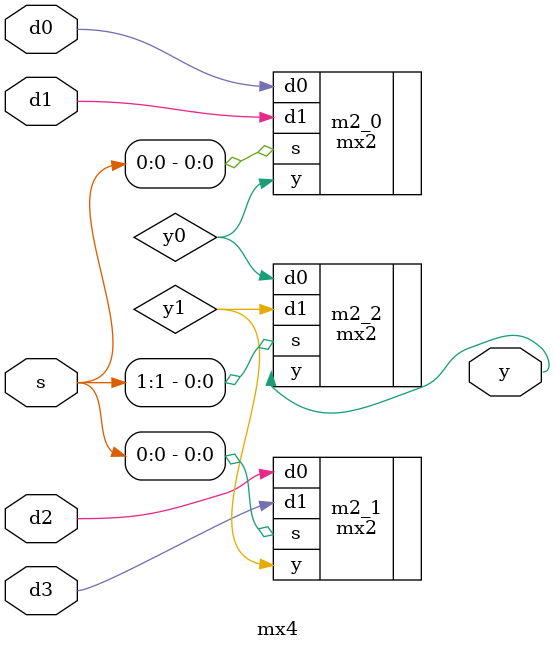
<source format=v>
module mx4(y, d0, d1, d2, d3, s); //1-bit 4-to-1 multiplexer
  input d0, d1, d2, d3;
  input [1:0] s;
  output y;
  wire y0, y1;
  
  //instance
  mx2 m2_0(.d0(d0), .d1(d1), .s(s[0]), .y(y0));
  mx2 m2_1(.d0(d2), .d1(d3), .s(s[0]), .y(y1));
  
  mx2 m2_2(.d0(y0), .d1(y1), .s(s[1]), .y(y));
  
endmodule

</source>
